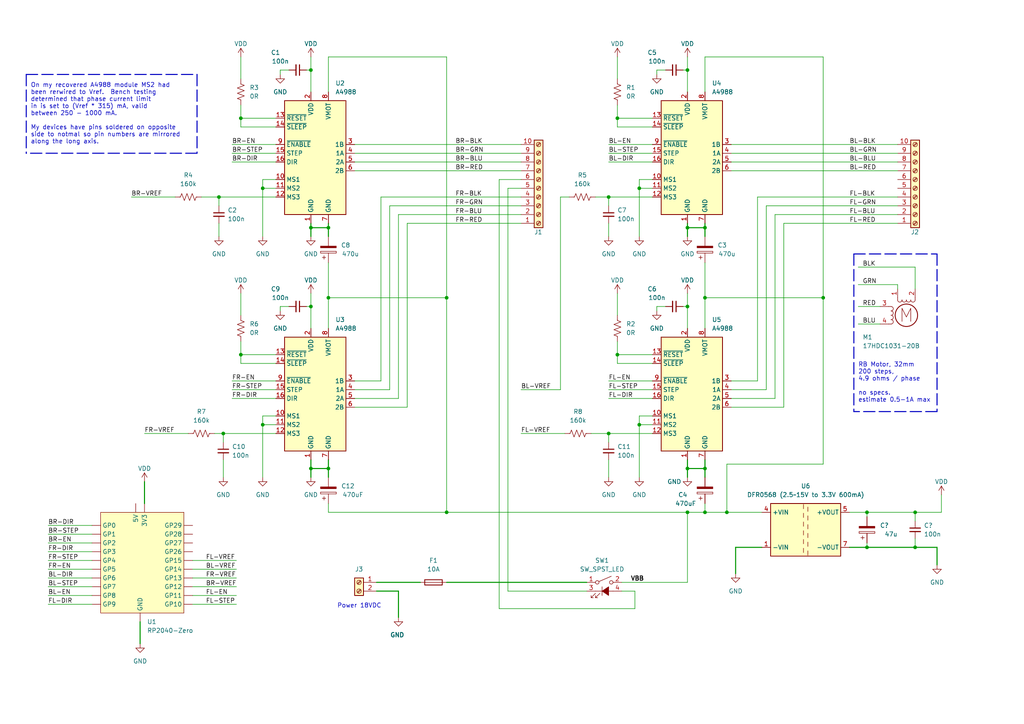
<source format=kicad_sch>
(kicad_sch (version 20211123) (generator eeschema)
  (paper "A4")
  (title_block (title "Roverling - Steppers' Drive") (date "2023-07-15") (rev "1.01"))
  (lib_symbols
    (symbol "Connector:Screw_Terminal_01x02" (pin_names (offset 1.016) hide)
      (property "Reference" "J" (at 0 2.54 0))
      (property "Value" "Screw_Terminal_01x02" (at 0 -5.08 0))
      (symbol "Screw_Terminal_01x02_1_1"
        (rectangle (start -1.27 1.27) (end 1.27 -3.81) (stroke (width 0.254)) (fill (type background)))
        (circle (center 0 -2.54) (radius 0.635) (stroke (width 0.1524)))
        (polyline (pts (xy -0.5334 -2.2098) (xy 0.3302 -3.048)) (stroke (width 0.1524)))
        (polyline (pts (xy -0.5334 0.3302) (xy 0.3302 -0.508)) (stroke (width 0.1524)))
        (polyline (pts (xy -0.3556 -2.032) (xy 0.508 -2.8702)) (stroke (width 0.1524)))
        (polyline (pts (xy -0.3556 0.508) (xy 0.508 -0.3302)) (stroke (width 0.1524)))
        (circle (center 0 0) (radius 0.635) (stroke (width 0.1524)))
        (pin passive line (at -5.08 0 0) (length 3.81) (name "Pin_1") (number "1"))
        (pin passive line (at -5.08 -2.54 0) (length 3.81) (name "Pin_2") (number "2"))
      )
    )
    (symbol "Connector:Screw_Terminal_01x10" (pin_names (offset 1.016) hide)
      (property "Reference" "J" (at 0 12.7 0))
      (property "Value" "Screw_Terminal_01x10" (at 0 -15.24 0))
      (symbol "Screw_Terminal_01x10_1_1"
        (rectangle (start -1.27 11.43) (end 1.27 -13.97) (stroke (width 0.254)) (fill (type background)))
        (circle (center 0 -12.7) (radius 0.635) (stroke (width 0.1524)))
        (circle (center 0 -10.16) (radius 0.635) (stroke (width 0.1524)))
        (circle (center 0 -7.62) (radius 0.635) (stroke (width 0.1524)))
        (circle (center 0 -5.08) (radius 0.635) (stroke (width 0.1524)))
        (circle (center 0 -2.54) (radius 0.635) (stroke (width 0.1524)))
        (polyline (pts (xy -0.5334 -12.3698) (xy 0.3302 -13.208)) (stroke (width 0.1524)))
        (polyline (pts (xy -0.5334 -9.8298) (xy 0.3302 -10.668)) (stroke (width 0.1524)))
        (polyline (pts (xy -0.5334 -7.2898) (xy 0.3302 -8.128)) (stroke (width 0.1524)))
        (polyline (pts (xy -0.5334 -4.7498) (xy 0.3302 -5.588)) (stroke (width 0.1524)))
        (polyline (pts (xy -0.5334 -2.2098) (xy 0.3302 -3.048)) (stroke (width 0.1524)))
        (polyline (pts (xy -0.5334 0.3302) (xy 0.3302 -0.508)) (stroke (width 0.1524)))
        (polyline (pts (xy -0.5334 2.8702) (xy 0.3302 2.032)) (stroke (width 0.1524)))
        (polyline (pts (xy -0.5334 5.4102) (xy 0.3302 4.572)) (stroke (width 0.1524)))
        (polyline (pts (xy -0.5334 7.9502) (xy 0.3302 7.112)) (stroke (width 0.1524)))
        (polyline (pts (xy -0.5334 10.4902) (xy 0.3302 9.652)) (stroke (width 0.1524)))
        (polyline (pts (xy -0.3556 -12.192) (xy 0.508 -13.0302)) (stroke (width 0.1524)))
        (polyline (pts (xy -0.3556 -9.652) (xy 0.508 -10.4902)) (stroke (width 0.1524)))
        (polyline (pts (xy -0.3556 -7.112) (xy 0.508 -7.9502)) (stroke (width 0.1524)))
        (polyline (pts (xy -0.3556 -4.572) (xy 0.508 -5.4102)) (stroke (width 0.1524)))
        (polyline (pts (xy -0.3556 -2.032) (xy 0.508 -2.8702)) (stroke (width 0.1524)))
        (polyline (pts (xy -0.3556 0.508) (xy 0.508 -0.3302)) (stroke (width 0.1524)))
        (polyline (pts (xy -0.3556 3.048) (xy 0.508 2.2098)) (stroke (width 0.1524)))
        (polyline (pts (xy -0.3556 5.588) (xy 0.508 4.7498)) (stroke (width 0.1524)))
        (polyline (pts (xy -0.3556 8.128) (xy 0.508 7.2898)) (stroke (width 0.1524)))
        (polyline (pts (xy -0.3556 10.668) (xy 0.508 9.8298)) (stroke (width 0.1524)))
        (circle (center 0 0) (radius 0.635) (stroke (width 0.1524)))
        (circle (center 0 2.54) (radius 0.635) (stroke (width 0.1524)))
        (circle (center 0 5.08) (radius 0.635) (stroke (width 0.1524)))
        (circle (center 0 7.62) (radius 0.635) (stroke (width 0.1524)))
        (circle (center 0 10.16) (radius 0.635) (stroke (width 0.1524)))
        (pin passive line (at -5.08 10.16 0) (length 3.81) (name "Pin_1") (number "1"))
        (pin passive line (at -5.08 -12.7 0) (length 3.81) (name "Pin_10") (number "10"))
        (pin passive line (at -5.08 7.62 0) (length 3.81) (name "Pin_2") (number "2"))
        (pin passive line (at -5.08 5.08 0) (length 3.81) (name "Pin_3") (number "3"))
        (pin passive line (at -5.08 2.54 0) (length 3.81) (name "Pin_4") (number "4"))
        (pin passive line (at -5.08 0 0) (length 3.81) (name "Pin_5") (number "5"))
        (pin passive line (at -5.08 -2.54 0) (length 3.81) (name "Pin_6") (number "6"))
        (pin passive line (at -5.08 -5.08 0) (length 3.81) (name "Pin_7") (number "7"))
        (pin passive line (at -5.08 -7.62 0) (length 3.81) (name "Pin_8") (number "8"))
        (pin passive line (at -5.08 -10.16 0) (length 3.81) (name "Pin_9") (number "9"))
      )
    )
    (symbol "Device:C_Polarized" (pin_numbers hide) (pin_names (offset 0.254))
      (property "Reference" "C" (at 0.635 2.54 0))
      (property "Value" "C_Polarized" (at 0.635 -2.54 0))
      (symbol "C_Polarized_0_1"
        (rectangle (start -2.286 0.508) (end 2.286 1.016))
        (polyline (pts (xy -1.778 2.286) (xy -0.762 2.286)))
        (polyline (pts (xy -1.27 2.794) (xy -1.27 1.778)))
        (rectangle (start 2.286 -0.508) (end -2.286 -1.016) (fill (type outline)))
      )
      (symbol "C_Polarized_1_1"
        (pin passive line (at 0 3.81 270) (length 2.794) (name "~") (number "1"))
        (pin passive line (at 0 -3.81 90) (length 2.794) (name "~") (number "2"))
      )
    )
    (symbol "Device:C_Small" (pin_numbers hide) (pin_names (offset 0.254) hide)
      (property "Reference" "C" (at 0.254 1.778 0))
      (property "Value" "C_Small" (at 0.254 -2.032 0))
      (symbol "C_Small_0_1"
        (polyline (pts (xy -1.524 -0.508) (xy 1.524 -0.508)) (stroke (width 0.3302)))
        (polyline (pts (xy -1.524 0.508) (xy 1.524 0.508)) (stroke (width 0.3048)))
      )
      (symbol "C_Small_1_1"
        (pin passive line (at 0 2.54 270) (length 2.032) (name "~") (number "1"))
        (pin passive line (at 0 -2.54 90) (length 2.032) (name "~") (number "2"))
      )
    )
    (symbol "Device:Fuse" (pin_numbers hide) (pin_names (offset 0))
      (property "Reference" "F" (at 2.032 0 90))
      (property "Value" "Fuse" (at -1.905 0 90))
      (symbol "Fuse_0_1"
        (rectangle (start -0.762 -2.54) (end 0.762 2.54) (stroke (width 0.254)))
        (polyline (pts (xy 0 2.54) (xy 0 -2.54)))
      )
      (symbol "Fuse_1_1"
        (pin passive line (at 0 3.81 270) (length 1.27) (name "~") (number "1"))
        (pin passive line (at 0 -3.81 90) (length 1.27) (name "~") (number "2"))
      )
    )
    (symbol "Device:R_US" (pin_numbers hide) (pin_names (offset 0))
      (property "Reference" "R" (at 2.54 0 90))
      (property "Value" "R_US" (at -2.54 0 90))
      (symbol "R_US_0_1"
        (polyline (pts (xy 0 -2.286) (xy 0 -2.54)))
        (polyline (pts (xy 0 2.286) (xy 0 2.54)))
        (polyline (pts (xy 0 -0.762) (xy 1.016 -1.143) (xy 0 -1.524) (xy -1.016 -1.905) (xy 0 -2.286)))
        (polyline (pts (xy 0 0.762) (xy 1.016 0.381) (xy 0 0) (xy -1.016 -0.381) (xy 0 -0.762)))
        (polyline (pts (xy 0 2.286) (xy 1.016 1.905) (xy 0 1.524) (xy -1.016 1.143) (xy 0 0.762)))
      )
      (symbol "R_US_1_1"
        (pin passive line (at 0 3.81 270) (length 1.27) (name "~") (number "1"))
        (pin passive line (at 0 -3.81 90) (length 1.27) (name "~") (number "2"))
      )
    )
    (symbol "Driver_Motor:Pololu_Breakout_A4988"
      (property "Reference" "A" (at -2.54 19.05 0))
      (property "Value" "Pololu_Breakout_A4988" (at -2.54 16.51 0))
      (symbol "Pololu_Breakout_A4988_0_1"
        (rectangle (start 10.16 -17.78) (end -7.62 15.24) (stroke (width 0.254)) (fill (type background)))
      )
      (symbol "Pololu_Breakout_A4988_1_1"
        (pin power_in line (at 0 -20.32 90) (length 2.54) (name "GND") (number "1"))
        (pin input line (at -10.16 -7.62 0) (length 2.54) (name "MS1") (number "10"))
        (pin input line (at -10.16 -10.16 0) (length 2.54) (name "MS2") (number "11"))
        (pin input line (at -10.16 -12.7 0) (length 2.54) (name "MS3") (number "12"))
        (pin input line (at -10.16 10.16 0) (length 2.54) (name "~{RESET}") (number "13"))
        (pin input line (at -10.16 7.62 0) (length 2.54) (name "~{SLEEP}") (number "14"))
        (pin input line (at -10.16 0 0) (length 2.54) (name "STEP") (number "15"))
        (pin input line (at -10.16 -2.54 0) (length 2.54) (name "DIR") (number "16"))
        (pin power_in line (at 0 17.78 270) (length 2.54) (name "VDD") (number "2"))
        (pin output line (at 12.7 2.54 180) (length 2.54) (name "1B") (number "3"))
        (pin output line (at 12.7 0 180) (length 2.54) (name "1A") (number "4"))
        (pin output line (at 12.7 -2.54 180) (length 2.54) (name "2A") (number "5"))
        (pin output line (at 12.7 -5.08 180) (length 2.54) (name "2B") (number "6"))
        (pin power_in line (at 5.08 -20.32 90) (length 2.54) (name "GND") (number "7"))
        (pin power_in line (at 5.08 17.78 270) (length 2.54) (name "VMOT") (number "8"))
        (pin input line (at -10.16 2.54 0) (length 2.54) (name "~{ENABLE}") (number "9"))
      )
    )
    (symbol "Motor:Stepper_Motor_bipolar" (pin_names (offset 0) hide)
      (property "Reference" "M" (at 3.81 2.54 0))
      (property "Value" "Stepper_Motor_bipolar" (at 3.81 1.27 0))
      (symbol "Stepper_Motor_bipolar_0_0"
        (polyline (pts (xy -1.27 -1.778) (xy -1.27 2.032) (xy 0 -0.508) (xy 1.27 2.032) (xy 1.27 -1.778)))
      )
      (symbol "Stepper_Motor_bipolar_0_1"
        (arc (start -4.445 -2.54) (mid -3.81 -1.905) (end -4.445 -1.27))
        (arc (start -4.445 -1.27) (mid -3.81 -0.635) (end -4.445 0))
        (arc (start -4.445 0) (mid -3.81 0.635) (end -4.445 1.27))
        (arc (start -4.445 1.27) (mid -3.81 1.905) (end -4.445 2.54))
        (arc (start -2.54 4.445) (mid -1.905 3.81) (end -1.27 4.445))
        (arc (start -1.27 4.445) (mid -0.635 3.81) (end 0 4.445))
        (polyline (pts (xy -5.08 -2.54) (xy -4.445 -2.54)))
        (polyline (pts (xy -5.08 2.54) (xy -4.445 2.54)))
        (polyline (pts (xy -2.54 5.08) (xy -2.54 4.445)))
        (polyline (pts (xy 2.54 5.08) (xy 2.54 4.445)))
        (circle (center 0 0) (radius 3.2512) (stroke (width 0.254)))
        (arc (start 0 4.445) (mid 0.635 3.81) (end 1.27 4.445))
        (arc (start 1.27 4.445) (mid 1.905 3.81) (end 2.54 4.445))
      )
      (symbol "Stepper_Motor_bipolar_1_1"
        (pin passive line (at -2.54 7.62 270) (length 2.54) (name "~") (number "1"))
        (pin passive line (at 2.54 7.62 270) (length 2.54) (name "-") (number "2"))
        (pin passive line (at -7.62 2.54 0) (length 2.54) (name "~") (number "3"))
        (pin passive line (at -7.62 -2.54 0) (length 2.54) (name "~") (number "4"))
      )
    )
    (symbol "Regulator_Switching:CRE1S0505DC"
      (property "Reference" "U" (at -8.89 8.89 0))
      (property "Value" "CRE1S0505DC" (at 2.54 8.89 0))
      (symbol "CRE1S0505DC_0_1"
        (rectangle (start -10.16 7.62) (end 10.16 -7.62) (stroke (width 0.254)) (fill (type background)))
        (polyline (pts (xy -0.635 -5.334) (xy -0.635 -6.604)))
        (polyline (pts (xy -0.635 -2.794) (xy -0.635 -4.064)))
        (polyline (pts (xy -0.635 -0.254) (xy -0.635 -1.524)))
        (polyline (pts (xy -0.635 2.286) (xy -0.635 1.016)))
        (polyline (pts (xy -0.635 4.826) (xy -0.635 3.556)))
        (polyline (pts (xy -0.635 7.366) (xy -0.635 6.096)))
        (polyline (pts (xy 0.635 -7.366) (xy 0.635 -6.096)))
        (polyline (pts (xy 0.635 -4.826) (xy 0.635 -3.556)))
        (polyline (pts (xy 0.635 -2.286) (xy 0.635 -1.016)))
        (polyline (pts (xy 0.635 0.254) (xy 0.635 1.524)))
        (polyline (pts (xy 0.635 2.794) (xy 0.635 4.064)))
        (polyline (pts (xy 0.635 5.334) (xy 0.635 6.604)))
      )
      (symbol "CRE1S0505DC_1_1"
        (pin power_in line (at -12.7 -5.08 0) (length 2.54) (name "-VIN") (number "1"))
        (pin power_in line (at -12.7 5.08 0) (length 2.54) (name "+VIN") (number "4"))
        (pin power_out line (at 12.7 5.08 180) (length 2.54) (name "+VOUT") (number "5"))
        (pin power_out line (at 12.7 -5.08 180) (length 2.54) (name "-VOUT") (number "7"))
      )
    )
    (symbol "Switch:SW_SPST_LED" (pin_names (offset 1.016) hide)
      (property "Reference" "SW" (at 0.635 5.715 0))
      (property "Value" "SW_SPST_LED" (at 0 -3.175 0))
      (symbol "SW_SPST_LED_0_0"
        (polyline (pts (xy -3.81 -1.905) (xy -2.54 -0.635)))
        (polyline (pts (xy -2.54 -1.905) (xy -1.27 -0.635)))
        (polyline (pts (xy -2.54 0) (xy 2.54 0)))
        (polyline (pts (xy -0.635 1.27) (xy -0.635 -1.27)))
        (polyline (pts (xy -3.81 -1.27) (xy -3.81 -1.905) (xy -3.175 -1.905)))
        (polyline (pts (xy -2.54 -1.27) (xy -2.54 -1.905) (xy -1.905 -1.905)))
        (polyline (pts (xy -0.635 0) (xy 1.27 1.27) (xy 1.27 -1.27) (xy -0.635 0)) (fill (type outline)))
      )
      (symbol "SW_SPST_LED_0_1"
        (circle (center -2.032 2.54) (radius 0.508))
        (polyline (pts (xy -1.524 2.794) (xy 2.032 4.318)))
        (circle (center 2.032 2.54) (radius 0.508))
        (pin passive line (at -5.08 2.54 0) (length 2.54) (name "1") (number "1"))
        (pin passive line (at 5.08 2.54 180) (length 2.54) (name "2") (number "2"))
        (pin passive line (at -5.08 0 0) (length 2.54) (name "K") (number "3"))
        (pin passive line (at 5.08 0 180) (length 2.54) (name "A") (number "4"))
      )
    )
    (symbol "_MM:RP2040-Zero" (pin_numbers hide)
      (property "Reference" "U1" (at 2.0194 -17.78 0))
      (property "Value" "RP2040-Zero" (at 2.0194 -20.32 0))
      (symbol "RP2040-Zero_0_1"
        (rectangle (start -11.43 -15.24) (end 12.7 13.97) (fill (type background)))
      )
      (symbol "RP2040-Zero_1_1"
        (pin bidirectional line (at -13.97 10.16 0) (length 2.54) (name "GP0") (number "1"))
        (pin bidirectional line (at -13.97 -12.7 0) (length 2.54) (name "GP9") (number "10"))
        (pin bidirectional line (at 15.24 -12.7 180) (length 2.54) (name "GP10") (number "11"))
        (pin bidirectional line (at 15.24 -10.16 180) (length 2.54) (name "GP11") (number "12"))
        (pin bidirectional line (at 15.24 -7.62 180) (length 2.54) (name "GP12") (number "13"))
        (pin bidirectional line (at 15.24 -5.08 180) (length 2.54) (name "GP13") (number "14"))
        (pin bidirectional line (at 15.24 -2.54 180) (length 2.54) (name "GP14") (number "15"))
        (pin bidirectional line (at 15.24 0 180) (length 2.54) (name "GP15") (number "16"))
        (pin bidirectional line (at 15.24 2.54 180) (length 2.54) (name "GP26") (number "17"))
        (pin bidirectional line (at 15.24 5.08 180) (length 2.54) (name "GP27") (number "18"))
        (pin bidirectional line (at 15.24 7.62 180) (length 2.54) (name "GP28") (number "19"))
        (pin bidirectional line (at -13.97 7.62 0) (length 2.54) (name "GP1") (number "2"))
        (pin bidirectional line (at 15.24 10.16 180) (length 2.54) (name "GP29") (number "20"))
        (pin power_in line (at 1.27 16.51 270) (length 2.54) (name "3V3") (number "21"))
        (pin power_in line (at -1.27 16.51 270) (length 2.54) (name "5V") (number "22"))
        (pin power_in line (at 0 -17.78 90) (length 2.54) (name "GND") (number "23"))
        (pin bidirectional line (at -13.97 5.08 0) (length 2.54) (name "GP2") (number "3"))
        (pin bidirectional line (at -13.97 2.54 0) (length 2.54) (name "GP3") (number "4"))
        (pin bidirectional line (at -13.97 0 0) (length 2.54) (name "GP4") (number "5"))
        (pin bidirectional line (at -13.97 -2.54 0) (length 2.54) (name "GP5") (number "6"))
        (pin bidirectional line (at -13.97 -5.08 0) (length 2.54) (name "GP6") (number "7"))
        (pin bidirectional line (at -13.97 -7.62 0) (length 2.54) (name "GP7") (number "8"))
        (pin bidirectional line (at -13.97 -10.16 0) (length 2.54) (name "GP8") (number "9"))
      )
    )
    (symbol "power:GND" (power) (pin_names (offset 0))
      (property "Value" "GND" (at 0 -3.81 0))
      (symbol "GND_0_1"
        (polyline (pts (xy 0 0) (xy 0 -1.27) (xy 1.27 -1.27) (xy 0 -2.54) (xy -1.27 -1.27) (xy 0 -1.27)))
      )
      (symbol "GND_1_1"
        (pin power_in line (at 0 0 270) (length 0) hide (name "GND") (number "1"))
      )
    )
    (symbol "power:VDD" (power) (pin_names (offset 0))
      (property "Value" "VDD" (at 0 3.81 0))
      (symbol "VDD_0_1"
        (polyline (pts (xy -0.762 1.27) (xy 0 2.54)))
        (polyline (pts (xy 0 0) (xy 0 2.54)))
        (polyline (pts (xy 0 2.54) (xy 0.762 1.27)))
      )
      (symbol "VDD_1_1"
        (pin power_in line (at 0 0 90) (length 0) hide (name "VDD") (number "1"))
      )
    )
  )
  (junction (at 69.85 34.29))
  (junction (at 64.77 125.73))
  (junction (at 265.43 148.59))
  (junction (at 95.25 135.89))
  (junction (at 76.2 54.61))
  (junction (at 95.25 66.04))
  (junction (at 185.42 123.19))
  (junction (at 90.17 20.32))
  (junction (at 251.46 158.75))
  (junction (at 63.5 57.15))
  (junction (at 204.47 66.04))
  (junction (at 90.17 135.89))
  (junction (at 176.53 57.15))
  (junction (at 90.17 66.04))
  (junction (at 204.47 148.59))
  (junction (at 199.39 88.9))
  (junction (at 129.54 86.36))
  (junction (at 185.42 54.61))
  (junction (at 90.17 88.9))
  (junction (at 265.43 158.75))
  (junction (at 251.46 148.59))
  (junction (at 238.76 86.36))
  (junction (at 176.53 125.73))
  (junction (at 204.47 86.36))
  (junction (at 69.85 102.87))
  (junction (at 179.07 102.87))
  (junction (at 210.82 148.59))
  (junction (at 76.2 123.19))
  (junction (at 129.54 148.59))
  (junction (at 95.25 86.36))
  (junction (at 199.39 135.89))
  (junction (at 204.47 135.89))
  (junction (at 199.39 148.59))
  (junction (at 179.07 34.29))
  (junction (at 199.39 20.32))
  (junction (at 199.39 66.04))
  (wire (pts (xy 199.39 148.59) (xy 204.47 148.59)))
  (wire (pts (xy 90.17 135.89) (xy 90.17 138.43)) (stroke (width 0.3)))
  (wire (pts (xy 90.17 133.35) (xy 90.17 135.89)) (stroke (width 0.3)))
  (wire (pts (xy 13.97 154.94) (xy 26.67 154.94)))
  (wire (pts (xy 88.9 88.9) (xy 90.17 88.9)))
  (wire (pts (xy 248.92 77.47) (xy 265.43 77.47)))
  (wire (pts (xy 204.47 135.89) (xy 204.47 138.43)) (stroke (width 0.3)))
  (wire (pts (xy 204.47 16.51) (xy 238.76 16.51)))
  (wire (pts (xy 162.56 113.03) (xy 162.56 57.15)))
  (wire (pts (xy 204.47 66.04) (xy 204.47 68.58)) (stroke (width 0.3)))
  (wire (pts (xy 147.32 54.61) (xy 147.32 171.45)))
  (wire (pts (xy 199.39 88.9) (xy 199.39 95.25)))
  (wire (pts (xy 13.97 157.48) (xy 26.67 157.48)))
  (wire (pts (xy 55.88 170.18) (xy 68.58 170.18)))
  (wire (pts (xy 199.39 64.77) (xy 199.39 66.04)) (stroke (width 0.3)))
  (wire (pts (xy 204.47 148.59) (xy 210.82 148.59)))
  (wire (pts (xy 212.09 44.45) (xy 260.35 44.45)))
  (wire (pts (xy 220.98 158.75) (xy 213.36 158.75)) (stroke (width 0.3)))
  (wire (pts (xy 199.39 66.04) (xy 199.39 68.58)) (stroke (width 0.3)))
  (wire (pts (xy 246.38 148.59) (xy 251.46 148.59)))
  (wire (pts (xy 176.53 57.15) (xy 189.23 57.15)))
  (wire (pts (xy 76.2 123.19) (xy 76.2 138.43)))
  (wire (pts (xy 129.54 16.51) (xy 129.54 86.36)))
  (polyline (pts (xy 57.15 21.59) (xy 57.15 44.45)) (stroke (width 0.3)))
  (wire (pts (xy 55.88 162.56) (xy 68.58 162.56)))
  (wire (pts (xy 69.85 16.51) (xy 69.85 22.86)))
  (wire (pts (xy 213.36 158.75) (xy 213.36 166.37)) (stroke (width 0.3)))
  (wire (pts (xy 67.31 113.03) (xy 80.01 113.03)))
  (polyline (pts (xy 7.62 21.59) (xy 57.15 21.59)) (stroke (width 0.3)))
  (wire (pts (xy 64.77 133.35) (xy 64.77 138.43)))
  (wire (pts (xy 189.23 105.41) (xy 179.07 105.41)))
  (wire (pts (xy 90.17 66.04) (xy 95.25 66.04)) (stroke (width 0.3)))
  (wire (pts (xy 90.17 20.32) (xy 90.17 26.67)))
  (wire (pts (xy 212.09 49.53) (xy 260.35 49.53)))
  (wire (pts (xy 224.79 115.57) (xy 212.09 115.57)))
  (wire (pts (xy 151.13 52.07) (xy 144.78 52.07)))
  (wire (pts (xy 76.2 120.65) (xy 76.2 123.19)))
  (polyline (pts (xy 271.78 119.38) (xy 247.65 119.38)) (stroke (width 0.3)))
  (wire (pts (xy 115.57 171.45) (xy 115.57 179.07)) (stroke (width 0.3)))
  (wire (pts (xy 69.85 85.09) (xy 69.85 91.44)))
  (wire (pts (xy 13.97 167.64) (xy 26.67 167.64)))
  (wire (pts (xy 110.49 57.15) (xy 110.49 110.49)))
  (wire (pts (xy 63.5 64.77) (xy 63.5 68.58)))
  (wire (pts (xy 176.53 110.49) (xy 189.23 110.49)))
  (wire (pts (xy 69.85 102.87) (xy 80.01 102.87)))
  (wire (pts (xy 80.01 105.41) (xy 69.85 105.41)))
  (wire (pts (xy 210.82 148.59) (xy 220.98 148.59)))
  (wire (pts (xy 95.25 146.05) (xy 95.25 148.59)))
  (wire (pts (xy 199.39 135.89) (xy 199.39 138.43)) (stroke (width 0.3)))
  (wire (pts (xy 185.42 54.61) (xy 185.42 68.58)))
  (wire (pts (xy 204.47 86.36) (xy 238.76 86.36)))
  (wire (pts (xy 198.12 20.32) (xy 199.39 20.32)))
  (wire (pts (xy 129.54 148.59) (xy 199.39 148.59)))
  (wire (pts (xy 273.05 148.59) (xy 273.05 143.51)))
  (wire (pts (xy 199.39 20.32) (xy 199.39 26.67)))
  (wire (pts (xy 102.87 110.49) (xy 110.49 110.49)))
  (wire (pts (xy 190.5 88.9) (xy 190.5 90.17)))
  (wire (pts (xy 184.15 171.45) (xy 180.34 171.45)))
  (wire (pts (xy 179.07 30.48) (xy 179.07 34.29)))
  (wire (pts (xy 265.43 148.59) (xy 265.43 151.13)))
  (wire (pts (xy 81.28 20.32) (xy 81.28 21.59)))
  (wire (pts (xy 248.92 88.9) (xy 255.27 88.9)))
  (wire (pts (xy 95.25 133.35) (xy 95.25 135.89)) (stroke (width 0.3)))
  (wire (pts (xy 41.91 125.73) (xy 54.61 125.73)))
  (wire (pts (xy 179.07 85.09) (xy 179.07 91.44)))
  (wire (pts (xy 40.64 180.34) (xy 40.64 186.69)) (stroke (width 0.3)))
  (wire (pts (xy 189.23 54.61) (xy 185.42 54.61)))
  (wire (pts (xy 172.72 57.15) (xy 176.53 57.15)))
  (wire (pts (xy 179.07 34.29) (xy 189.23 34.29)))
  (wire (pts (xy 190.5 20.32) (xy 193.04 20.32)))
  (polyline (pts (xy 7.62 21.59) (xy 7.62 44.45)) (stroke (width 0.3)))
  (wire (pts (xy 260.35 82.55) (xy 260.35 83.82)))
  (wire (pts (xy 179.07 102.87) (xy 179.07 105.41)))
  (wire (pts (xy 260.35 62.23) (xy 224.79 62.23)))
  (wire (pts (xy 90.17 66.04) (xy 90.17 68.58)) (stroke (width 0.3)))
  (wire (pts (xy 118.11 118.11) (xy 102.87 118.11)))
  (wire (pts (xy 102.87 46.99) (xy 151.13 46.99)))
  (wire (pts (xy 95.25 26.67) (xy 95.25 16.51)))
  (wire (pts (xy 90.17 16.51) (xy 90.17 20.32)))
  (wire (pts (xy 151.13 59.69) (xy 113.03 59.69)))
  (wire (pts (xy 151.13 64.77) (xy 118.11 64.77)))
  (wire (pts (xy 176.53 133.35) (xy 176.53 138.43)))
  (polyline (pts (xy 247.65 73.66) (xy 271.78 73.66)) (stroke (width 0.3)))
  (wire (pts (xy 219.71 57.15) (xy 219.71 110.49)))
  (wire (pts (xy 76.2 54.61) (xy 76.2 68.58)))
  (wire (pts (xy 179.07 102.87) (xy 189.23 102.87)))
  (wire (pts (xy 80.01 54.61) (xy 76.2 54.61)))
  (wire (pts (xy 151.13 57.15) (xy 110.49 57.15)))
  (wire (pts (xy 129.54 86.36) (xy 129.54 148.59)))
  (wire (pts (xy 109.22 171.45) (xy 115.57 171.45)) (stroke (width 0.3)))
  (wire (pts (xy 176.53 115.57) (xy 189.23 115.57)))
  (wire (pts (xy 185.42 123.19) (xy 185.42 138.43)))
  (wire (pts (xy 248.92 93.98) (xy 255.27 93.98)))
  (wire (pts (xy 113.03 113.03) (xy 102.87 113.03)))
  (wire (pts (xy 179.07 34.29) (xy 179.07 36.83)))
  (wire (pts (xy 63.5 57.15) (xy 63.5 59.69)))
  (wire (pts (xy 185.42 52.07) (xy 185.42 54.61)))
  (wire (pts (xy 238.76 16.51) (xy 238.76 86.36)))
  (wire (pts (xy 95.25 86.36) (xy 129.54 86.36)))
  (wire (pts (xy 13.97 152.4) (xy 26.67 152.4)))
  (wire (pts (xy 199.39 16.51) (xy 199.39 20.32)))
  (wire (pts (xy 260.35 57.15) (xy 219.71 57.15)))
  (wire (pts (xy 189.23 123.19) (xy 185.42 123.19)))
  (wire (pts (xy 212.09 110.49) (xy 219.71 110.49)))
  (wire (pts (xy 109.22 168.91) (xy 121.92 168.91)) (stroke (width 0.3)))
  (wire (pts (xy 184.15 176.53) (xy 184.15 171.45)))
  (wire (pts (xy 176.53 113.03) (xy 189.23 113.03)))
  (wire (pts (xy 69.85 34.29) (xy 80.01 34.29)))
  (wire (pts (xy 176.53 64.77) (xy 176.53 68.58)))
  (wire (pts (xy 13.97 172.72) (xy 26.67 172.72)))
  (wire (pts (xy 199.39 66.04) (xy 204.47 66.04)) (stroke (width 0.3)))
  (wire (pts (xy 212.09 41.91) (xy 260.35 41.91)))
  (wire (pts (xy 129.54 168.91) (xy 170.18 168.91)) (stroke (width 0.3)))
  (wire (pts (xy 176.53 41.91) (xy 189.23 41.91)))
  (wire (pts (xy 227.33 118.11) (xy 212.09 118.11)))
  (wire (pts (xy 260.35 59.69) (xy 222.25 59.69)))
  (wire (pts (xy 64.77 125.73) (xy 80.01 125.73)))
  (wire (pts (xy 189.23 120.65) (xy 185.42 120.65)))
  (wire (pts (xy 81.28 88.9) (xy 81.28 90.17)))
  (wire (pts (xy 147.32 171.45) (xy 170.18 171.45)))
  (wire (pts (xy 95.25 86.36) (xy 95.25 95.25)))
  (wire (pts (xy 95.25 148.59) (xy 129.54 148.59)))
  (wire (pts (xy 248.92 82.55) (xy 260.35 82.55)))
  (wire (pts (xy 204.47 26.67) (xy 204.47 16.51)))
  (wire (pts (xy 62.23 125.73) (xy 64.77 125.73)))
  (wire (pts (xy 95.25 135.89) (xy 95.25 138.43)) (stroke (width 0.3)))
  (wire (pts (xy 115.57 115.57) (xy 102.87 115.57)))
  (wire (pts (xy 88.9 20.32) (xy 90.17 20.32)))
  (wire (pts (xy 67.31 41.91) (xy 80.01 41.91)))
  (wire (pts (xy 69.85 99.06) (xy 69.85 102.87)))
  (wire (pts (xy 55.88 165.1) (xy 68.58 165.1)))
  (wire (pts (xy 271.78 163.83) (xy 271.78 158.75)) (stroke (width 0.3)))
  (wire (pts (xy 238.76 86.36) (xy 238.76 134.62)))
  (wire (pts (xy 176.53 44.45) (xy 189.23 44.45)))
  (wire (pts (xy 64.77 125.73) (xy 64.77 128.27)))
  (wire (pts (xy 95.25 66.04) (xy 95.25 68.58)) (stroke (width 0.3)))
  (wire (pts (xy 190.5 20.32) (xy 190.5 21.59)))
  (wire (pts (xy 69.85 34.29) (xy 69.85 36.83)))
  (wire (pts (xy 176.53 57.15) (xy 176.53 59.69)))
  (wire (pts (xy 67.31 110.49) (xy 80.01 110.49)))
  (wire (pts (xy 222.25 113.03) (xy 212.09 113.03)))
  (wire (pts (xy 179.07 16.51) (xy 179.07 22.86)))
  (wire (pts (xy 144.78 52.07) (xy 144.78 176.53)))
  (wire (pts (xy 251.46 148.59) (xy 251.46 149.86)))
  (wire (pts (xy 115.57 62.23) (xy 115.57 115.57)))
  (wire (pts (xy 13.97 160.02) (xy 26.67 160.02)))
  (wire (pts (xy 189.23 52.07) (xy 185.42 52.07)))
  (polyline (pts (xy 57.15 44.45) (xy 7.62 44.45)) (stroke (width 0.3)))
  (wire (pts (xy 176.53 125.73) (xy 189.23 125.73)))
  (wire (pts (xy 90.17 135.89) (xy 95.25 135.89)) (stroke (width 0.3)))
  (wire (pts (xy 265.43 158.75) (xy 251.46 158.75)) (stroke (width 0.3)))
  (wire (pts (xy 63.5 57.15) (xy 80.01 57.15)))
  (polyline (pts (xy 247.65 73.66) (xy 247.65 119.38)) (stroke (width 0.3)))
  (wire (pts (xy 102.87 49.53) (xy 151.13 49.53)))
  (wire (pts (xy 38.1 57.15) (xy 50.8 57.15)))
  (wire (pts (xy 222.25 59.69) (xy 222.25 113.03)))
  (wire (pts (xy 80.01 52.07) (xy 76.2 52.07)))
  (wire (pts (xy 151.13 113.03) (xy 162.56 113.03)))
  (wire (pts (xy 67.31 46.99) (xy 80.01 46.99)))
  (polyline (pts (xy 271.78 73.66) (xy 271.78 119.38)) (stroke (width 0.3)))
  (wire (pts (xy 95.25 76.2) (xy 95.25 86.36)))
  (wire (pts (xy 80.01 123.19) (xy 76.2 123.19)))
  (wire (pts (xy 199.39 85.09) (xy 199.39 88.9)))
  (wire (pts (xy 118.11 64.77) (xy 118.11 118.11)))
  (wire (pts (xy 189.23 36.83) (xy 179.07 36.83)))
  (wire (pts (xy 176.53 46.99) (xy 189.23 46.99)))
  (wire (pts (xy 13.97 162.56) (xy 26.67 162.56)))
  (wire (pts (xy 204.47 86.36) (xy 204.47 95.25)))
  (wire (pts (xy 90.17 64.77) (xy 90.17 66.04)) (stroke (width 0.3)))
  (wire (pts (xy 81.28 20.32) (xy 83.82 20.32)))
  (wire (pts (xy 251.46 158.75) (xy 246.38 158.75)) (stroke (width 0.3)))
  (wire (pts (xy 151.13 62.23) (xy 115.57 62.23)))
  (wire (pts (xy 90.17 88.9) (xy 90.17 95.25)))
  (wire (pts (xy 69.85 102.87) (xy 69.85 105.41)))
  (wire (pts (xy 199.39 148.59) (xy 199.39 168.91)))
  (wire (pts (xy 113.03 59.69) (xy 113.03 113.03)))
  (wire (pts (xy 198.12 88.9) (xy 199.39 88.9)))
  (wire (pts (xy 238.76 134.62) (xy 210.82 134.62)))
  (wire (pts (xy 204.47 133.35) (xy 204.47 135.89)) (stroke (width 0.3)))
  (wire (pts (xy 69.85 30.48) (xy 69.85 34.29)))
  (wire (pts (xy 251.46 157.48) (xy 251.46 158.75)))
  (wire (pts (xy 204.47 76.2) (xy 204.47 86.36)))
  (wire (pts (xy 265.43 77.47) (xy 265.43 83.82)))
  (wire (pts (xy 76.2 52.07) (xy 76.2 54.61)))
  (wire (pts (xy 80.01 36.83) (xy 69.85 36.83)))
  (wire (pts (xy 55.88 172.72) (xy 68.58 172.72)))
  (wire (pts (xy 204.47 146.05) (xy 204.47 148.59)))
  (wire (pts (xy 171.45 125.73) (xy 176.53 125.73)))
  (wire (pts (xy 176.53 125.73) (xy 176.53 128.27)))
  (wire (pts (xy 58.42 57.15) (xy 63.5 57.15)))
  (wire (pts (xy 271.78 158.75) (xy 265.43 158.75)) (stroke (width 0.3)))
  (wire (pts (xy 102.87 41.91) (xy 151.13 41.91)))
  (wire (pts (xy 224.79 62.23) (xy 224.79 115.57)))
  (wire (pts (xy 180.34 168.91) (xy 199.39 168.91)))
  (wire (pts (xy 41.91 139.7) (xy 41.91 146.05)) (stroke (width 0.3)))
  (wire (pts (xy 13.97 165.1) (xy 26.67 165.1)))
  (wire (pts (xy 227.33 64.77) (xy 227.33 118.11)))
  (wire (pts (xy 90.17 85.09) (xy 90.17 88.9)))
  (wire (pts (xy 204.47 64.77) (xy 204.47 66.04)) (stroke (width 0.3)))
  (wire (pts (xy 185.42 120.65) (xy 185.42 123.19)))
  (wire (pts (xy 199.39 135.89) (xy 204.47 135.89)) (stroke (width 0.3)))
  (wire (pts (xy 190.5 88.9) (xy 193.04 88.9)))
  (wire (pts (xy 162.56 57.15) (xy 165.1 57.15)))
  (wire (pts (xy 81.28 88.9) (xy 83.82 88.9)))
  (wire (pts (xy 144.78 176.53) (xy 184.15 176.53)))
  (wire (pts (xy 199.39 133.35) (xy 199.39 135.89)) (stroke (width 0.3)))
  (wire (pts (xy 55.88 175.26) (xy 68.58 175.26)))
  (wire (pts (xy 80.01 120.65) (xy 76.2 120.65)))
  (wire (pts (xy 210.82 134.62) (xy 210.82 148.59)))
  (wire (pts (xy 67.31 44.45) (xy 80.01 44.45)))
  (wire (pts (xy 265.43 148.59) (xy 273.05 148.59)))
  (wire (pts (xy 260.35 64.77) (xy 227.33 64.77)))
  (wire (pts (xy 179.07 99.06) (xy 179.07 102.87)))
  (wire (pts (xy 251.46 148.59) (xy 265.43 148.59)))
  (wire (pts (xy 95.25 16.51) (xy 129.54 16.51)))
  (wire (pts (xy 151.13 125.73) (xy 163.83 125.73)))
  (wire (pts (xy 265.43 156.21) (xy 265.43 158.75)))
  (wire (pts (xy 13.97 175.26) (xy 26.67 175.26)))
  (wire (pts (xy 102.87 44.45) (xy 151.13 44.45)))
  (wire (pts (xy 95.25 64.77) (xy 95.25 66.04)) (stroke (width 0.3)))
  (wire (pts (xy 67.31 115.57) (xy 80.01 115.57)))
  (wire (pts (xy 151.13 54.61) (xy 147.32 54.61)))
  (wire (pts (xy 13.97 170.18) (xy 26.67 170.18)))
  (wire (pts (xy 212.09 46.99) (xy 260.35 46.99)))
  (wire (pts (xy 55.88 167.64) (xy 68.58 167.64)))
  (text "On my recovered A4988 module MS2 had \nbeen rerwired to Vref.  Bench testing \ndetermined that phase current limit\nin is set to (Vref * 315) mA, valid\nbetween 250 - 1000 mA.\n\nMy devices have pins soldered on opposite\nside to notmal so pin numbers are mirrored\nalong the long axis." (at 8.89 41.91 0) (effects (font (size 1.27 1.27)) (justify left bottom)))
  (text "RB Motor, 32mm \n200 steps,\n4.9 ohms / phase\n\nno specs.\nestimate 0.5-1A max" (at 248.92 116.84 0) (effects (font (size 1.27 1.27)) (justify left bottom)))
  (text "Power 18VDC" (at 97.79 176.53 0) (effects (font (size 1.27 1.27)) (justify left bottom)))
  (label "FL-DIR" (at 13.97 175.26 0))
  (label "FR-DIR" (at 67.31 115.57 0))
  (label "BR-BLU" (at 132.08 46.99 0))
  (label "FL-STEP" (at 59.69 175.26 0))
  (label "FR-BLK" (at 132.08 57.15 0))
  (label "FR-VREF" (at 41.91 125.73 0))
  (label "BLU" (at 250.19 93.98 0))
  (label "BL-VREF" (at 59.69 165.1 0))
  (label "VBB" (at 182.88 168.91 0) (effects (font bold)))
  (label "BR-DIR" (at 67.31 46.99 0))
  (label "FL-RED" (at 246.38 64.77 0))
  (label "FR-VREF" (at 59.69 167.64 0))
  (label "FL-GRN" (at 246.38 59.69 0))
  (label "FR-RED" (at 132.08 64.77 0))
  (label "BR-GRN" (at 132.08 44.45 0))
  (label "FR-EN" (at 13.97 165.1 0))
  (label "FR-EN" (at 67.31 110.49 0))
  (label "BL-RED" (at 246.38 49.53 0))
  (label "FR-STEP" (at 67.31 113.03 0))
  (label "BL-BLU" (at 246.38 46.99 0))
  (label "FR-DIR" (at 13.97 160.02 0))
  (label "BL-EN" (at 13.97 172.72 0))
  (label "BR-EN" (at 67.31 41.91 0))
  (label "BR-STEP" (at 67.31 44.45 0))
  (label "FL-VREF" (at 59.69 162.56 0))
  (label "FL-BLK" (at 246.38 57.15 0))
  (label "BR-DIR" (at 13.97 152.4 0))
  (label "BL-STEP" (at 176.53 44.45 0))
  (label "FL-STEP" (at 176.53 113.03 0))
  (label "RED" (at 250.19 88.9 0))
  (label "BR-VREF" (at 38.1 57.15 0))
  (label "FL-EN" (at 59.69 172.72 0))
  (label "BR-BLK" (at 132.08 41.91 0))
  (label "BL-VREF" (at 151.13 113.03 0))
  (label "BL-GRN" (at 246.38 44.45 0))
  (label "BL-BLK" (at 246.38 41.91 0))
  (label "BR-RED" (at 132.08 49.53 0))
  (label "FR-BLU" (at 132.08 62.23 0))
  (label "BL-DIR" (at 176.53 46.99 0))
  (label "BR-STEP" (at 13.97 154.94 0))
  (label "BL-STEP" (at 13.97 170.18 0))
  (label "FL-VREF" (at 151.13 125.73 0))
  (label "BL-EN" (at 176.53 41.91 0))
  (label "FL-EN" (at 176.53 110.49 0))
  (label "FR-GRN" (at 132.08 59.69 0))
  (label "GRN" (at 250.19 82.55 0))
  (label "BR-VREF" (at 59.69 170.18 0))
  (label "BLK" (at 250.19 77.47 0))
  (label "FL-DIR" (at 176.53 115.57 0))
  (label "BR-EN" (at 13.97 157.48 0))
  (label "FL-BLU" (at 246.38 62.23 0))
  (label "BL-DIR" (at 13.97 167.64 0))
  (label "FR-STEP" (at 13.97 162.56 0))
  (symbol (lib_id "Device:R_US") (at 179.07 26.67 0) (unit 1)
    (property "Reference" "R1" (at 181.61 25.3999 0) (effects (justify left)))
    (property "Value" "0R" (at 181.61 27.9399 0) (effects (justify left)))
  )
  (symbol (lib_id "Device:R_US") (at 167.64 125.73 270) (unit 1)
    (property "Reference" "R8" (at 167.64 119.38 90))
    (property "Value" "160k" (at 167.64 121.92 90))
  )
  (symbol (lib_id "power:VDD") (at 273.05 143.51 0) (unit 1)
    (property "Reference" "#PWR?" (effects hide))
    (property "Value" "VDD" (at 273.05 139.7 0))
  )
  (symbol (lib_id "Regulator_Switching:CRE1S0505DC") (at 233.68 153.67 0) (unit 1)
    (property "Reference" "U6" (at 233.68 140.97 0))
    (property "Value" "DFR0568 (2.5~15V to 3.3V 600mA)" (at 233.68 143.51 0))
    (property "Footprint" "Converter_DCDC:Converter_DCDC_Murata_CRE1xxxxxxDC_THT" (effects hide))
    (property "Datasheet" "http://power.murata.com/datasheet?/data/power/ncl/kdc_cre1.pdf" (effects hide))
  )
  (symbol (lib_id "power:GND") (at 185.42 68.58 0) (unit 1)
    (property "Reference" "#PWR08" (effects hide))
    (property "Value" "GND" (at 185.42 73.66 0))
  )
  (symbol (lib_id "power:VDD") (at 90.17 85.09 0) (unit 1)
    (property "Reference" "#PWR015" (effects hide))
    (property "Value" "VDD" (at 90.17 81.28 0))
  )
  (symbol (lib_id "Device:R_US") (at 54.61 57.15 270) (unit 1)
    (property "Reference" "R4" (at 54.61 50.8 90))
    (property "Value" "160k" (at 54.61 53.34 90))
  )
  (symbol (lib_id "power:GND") (at 190.5 21.59 0) (unit 1)
    (property "Reference" "#PWR06" (effects hide))
    (property "Value" "GND" (at 190.5 26.67 0))
  )
  (symbol (lib_id "power:GND") (at 40.64 186.69 0) (unit 1)
    (property "Reference" "#PWR027" (effects hide))
    (property "Value" "GND" (at 40.64 191.77 0))
  )
  (symbol (lib_id "Device:Fuse") (at 125.73 168.91 270) (unit 1)
    (property "Reference" "F1" (at 125.73 162.56 90))
    (property "Value" "10A" (at 125.73 165.1 90))
  )
  (symbol (lib_id "Device:C_Polarized") (at 95.25 72.39 0) (mirror x) (unit 1)
    (property "Reference" "C8" (at 101.6 71.12 0) (effects (justify right)))
    (property "Value" "470u" (at 104.14 73.66 0) (effects (justify right)))
  )
  (symbol (lib_id "power:GND") (at 76.2 138.43 0) (unit 1)
    (property "Reference" "#PWR020" (effects hide))
    (property "Value" "GND" (at 76.2 143.51 0))
  )
  (symbol (lib_id "power:GND") (at 76.2 68.58 0) (unit 1)
    (property "Reference" "#PWR07" (effects hide))
    (property "Value" "GND" (at 76.2 73.66 0))
  )
  (symbol (lib_id "power:GND") (at 90.17 138.43 0) (unit 1)
    (property "Reference" "#PWR025" (effects hide))
    (property "Value" "GND" (at 90.17 143.51 0))
  )
  (symbol (lib_id "power:VDD") (at 199.39 85.09 0) (unit 1)
    (property "Reference" "#PWR017" (effects hide))
    (property "Value" "VDD" (at 199.39 81.28 0))
  )
  (symbol (lib_id "Connector:Screw_Terminal_01x02") (at 104.14 168.91 0) (mirror y) (unit 1)
    (property "Reference" "J3" (at 104.14 165.1 0))
    (property "Value" "Screw_Terminal_01x02" (effects hide))
  )
  (symbol (lib_id "power:GND") (at 176.53 68.58 0) (unit 1)
    (property "Reference" "#PWR010" (effects hide))
    (property "Value" "GND" (at 176.53 73.66 0))
  )
  (symbol (lib_id "power:GND") (at 190.5 90.17 0) (unit 1)
    (property "Reference" "#PWR019" (effects hide))
    (property "Value" "GND" (at 190.5 95.25 0))
  )
  (symbol (lib_id "power:GND") (at 213.36 166.37 0) (unit 1)
    (property "Reference" "#PWR?" (effects hide))
    (property "Value" "GND" (at 213.36 171.45 0))
  )
  (symbol (lib_id "Device:R_US") (at 69.85 26.67 0) (unit 1)
    (property "Reference" "R3" (at 72.39 25.3999 0) (effects (justify left)))
    (property "Value" "0R" (at 72.39 27.9399 0) (effects (justify left)))
  )
  (symbol (lib_id "power:VDD") (at 69.85 85.09 0) (unit 1)
    (property "Reference" "#PWR014" (effects hide))
    (property "Value" "VDD" (at 69.85 81.28 0))
  )
  (symbol (lib_id "Motor:Stepper_Motor_bipolar") (at 262.89 91.44 0) (unit 1)
    (property "Reference" "M1" (at 250.19 97.79 0) (effects (justify left)))
    (property "Value" "17HDC1031-20B" (at 250.19 100.33 0) (effects (justify left)))
    (property "Datasheet" "http://www.infineon.com/dgdl/Application-Note-TLE8110EE_driving_UniPolarStepperMotor_V1.1.pdf?fileId=db3a30431be39b97011be5d0aa0a00b0" (effects hide))
  )
  (symbol (lib_id "power:GND") (at 199.39 68.58 0) (unit 1)
    (property "Reference" "#PWR012" (effects hide))
    (property "Value" "GND" (at 199.39 73.66 0))
  )
  (symbol (lib_id "power:GND") (at 199.39 138.43 0) (unit 1)
    (property "Reference" "#PWR026" (effects hide))
    (property "Value" "GND" (at 195.58 139.7 0))
  )
  (symbol (lib_id "Device:R_US") (at 179.07 95.25 0) (unit 1)
    (property "Reference" "R2" (at 181.61 93.9799 0) (effects (justify left)))
    (property "Value" "0R" (at 181.61 96.5199 0) (effects (justify left)))
  )
  (symbol (lib_id "Connector:Screw_Terminal_01x10") (at 265.43 54.61 0) (mirror x) (unit 1)
    (property "Reference" "J2" (at 264.16 67.31 0) (effects (justify left)))
    (property "Value" "Screw_Terminal" (effects hide))
  )
  (symbol (lib_id "power:GND") (at 185.42 138.43 0) (unit 1)
    (property "Reference" "#PWR021" (effects hide))
    (property "Value" "GND" (at 185.42 143.51 0))
  )
  (symbol (lib_id "power:GND") (at 81.28 21.59 0) (unit 1)
    (property "Reference" "#PWR05" (effects hide))
    (property "Value" "GND" (at 81.28 26.67 0))
  )
  (symbol (lib_id "Device:R_US") (at 168.91 57.15 270) (unit 1)
    (property "Reference" "R5" (at 168.91 50.8 90))
    (property "Value" "160k" (at 168.91 53.34 90))
  )
  (symbol (lib_id "power:VDD") (at 69.85 16.51 0) (unit 1)
    (property "Reference" "#PWR01" (effects hide))
    (property "Value" "VDD" (at 69.85 12.7 0))
  )
  (symbol (lib_id "power:VDD") (at 41.91 139.7 0) (unit 1)
    (property "Reference" "#PWR024" (effects hide))
    (property "Value" "VDD" (at 41.91 135.89 0))
  )
  (symbol (lib_id "Device:R_US") (at 69.85 95.25 0) (unit 1)
    (property "Reference" "R6" (at 72.39 93.9799 0) (effects (justify left)))
    (property "Value" "0R" (at 72.39 96.5199 0) (effects (justify left)))
  )
  (symbol (lib_id "Device:C_Small") (at 86.36 20.32 270) (unit 1)
    (property "Reference" "C1" (at 81.28 15.24 90) (effects (justify right)))
    (property "Value" "100n" (at 83.82 17.78 90) (effects (justify right)))
  )
  (symbol (lib_id "power:GND") (at 271.78 163.83 0) (unit 1)
    (property "Reference" "#PWR?" (effects hide))
    (property "Value" "GND" (at 271.78 168.91 0))
  )
  (symbol (lib_id "power:GND") (at 90.17 68.58 0) (unit 1)
    (property "Reference" "#PWR011" (effects hide))
    (property "Value" "GND" (at 90.17 73.66 0))
  )
  (symbol (lib_id "Device:C_Small") (at 176.53 130.81 0) (unit 1)
    (property "Reference" "C11" (at 179.07 129.5462 0) (effects (justify left)))
    (property "Value" "100n" (at 179.07 132.0862 0) (effects (justify left)))
  )
  (symbol (lib_id "Device:C_Polarized") (at 204.47 72.39 0) (mirror x) (unit 1)
    (property "Reference" "C3" (at 210.82 71.12 0) (effects (justify right)))
    (property "Value" "470u" (at 213.36 73.66 0) (effects (justify right)))
  )
  (symbol (lib_id "Driver_Motor:Pololu_Breakout_A4988") (at 90.17 44.45 0) (unit 1)
    (property "Reference" "U2" (at 97.2694 24.13 0) (effects (justify left)))
    (property "Value" "A4988" (at 97.2694 26.67 0) (effects (justify left)))
    (property "Footprint" "Module:Pololu_Breakout-16_15.2x20.3mm" (effects hide))
    (property "Datasheet" "https://www.pololu.com/product/2980/pictures" (effects hide))
  )
  (symbol (lib_id "Device:C_Small") (at 86.36 88.9 270) (unit 1)
    (property "Reference" "C9" (at 81.28 83.82 90) (effects (justify right)))
    (property "Value" "100n" (at 83.82 86.36 90) (effects (justify right)))
  )
  (symbol (lib_id "Connector:Screw_Terminal_01x10") (at 156.21 54.61 0) (mirror x) (unit 1)
    (property "Reference" "J1" (at 154.94 67.31 0) (effects (justify left)))
    (property "Value" "Screw_Terminal" (effects hide))
  )
  (symbol (lib_id "power:GND") (at 64.77 138.43 0) (unit 1)
    (property "Reference" "#PWR022" (effects hide))
    (property "Value" "GND" (at 64.77 143.51 0))
  )
  (symbol (lib_id "Device:C_Small") (at 176.53 62.23 0) (unit 1)
    (property "Reference" "C7" (at 179.07 60.9662 0) (effects (justify left)))
    (property "Value" "100n" (at 179.07 63.5062 0) (effects (justify left)))
  )
  (symbol (lib_id "power:VDD") (at 179.07 85.09 0) (unit 1)
    (property "Reference" "#PWR016" (effects hide))
    (property "Value" "VDD" (at 179.07 81.28 0))
  )
  (symbol (lib_id "power:GND") (at 81.28 90.17 0) (unit 1)
    (property "Reference" "#PWR018" (effects hide))
    (property "Value" "GND" (at 81.28 95.25 0))
  )
  (symbol (lib_id "Driver_Motor:Pololu_Breakout_A4988") (at 199.39 113.03 0) (unit 1)
    (property "Reference" "U5" (at 206.4894 92.71 0) (effects (justify left)))
    (property "Value" "A4988" (at 206.4894 95.25 0) (effects (justify left)))
    (property "Footprint" "Module:Pololu_Breakout-16_15.2x20.3mm" (effects hide))
    (property "Datasheet" "https://www.pololu.com/product/2980/pictures" (effects hide))
  )
  (symbol (lib_id "Device:C_Small") (at 64.77 130.81 0) (unit 1)
    (property "Reference" "C10" (at 67.31 129.5462 0) (effects (justify left)))
    (property "Value" "100n" (at 67.31 132.0862 0) (effects (justify left)))
  )
  (symbol (lib_id "Device:C_Small") (at 63.5 62.23 0) (unit 1)
    (property "Reference" "C2" (at 66.04 60.9662 0) (effects (justify left)))
    (property "Value" "100n" (at 66.04 63.5062 0) (effects (justify left)))
  )
  (symbol (lib_id "Device:R_US") (at 58.42 125.73 270) (unit 1)
    (property "Reference" "R7" (at 58.42 119.38 90))
    (property "Value" "160k" (at 58.42 121.92 90))
  )
  (symbol (lib_id "power:GND") (at 115.57 179.07 0) (unit 1)
    (property "Reference" "#PWR0101" (effects hide))
    (property "Value" "GND" (at 113.03 184.15 0) (effects (font bold) (justify left)))
  )
  (symbol (lib_id "Device:C_Polarized") (at 95.25 142.24 0) (mirror x) (unit 1)
    (property "Reference" "C12" (at 102.87 140.97 0) (effects (justify right)))
    (property "Value" "470uF" (at 105.41 143.51 0) (effects (justify right)))
  )
  (symbol (lib_id "Driver_Motor:Pololu_Breakout_A4988") (at 90.17 113.03 0) (unit 1)
    (property "Reference" "U3" (at 97.2694 92.71 0) (effects (justify left)))
    (property "Value" "A4988" (at 97.2694 95.25 0) (effects (justify left)))
    (property "Footprint" "Module:Pololu_Breakout-16_15.2x20.3mm" (effects hide))
    (property "Datasheet" "https://www.pololu.com/product/2980/pictures" (effects hide))
  )
  (symbol (lib_id "power:VDD") (at 90.17 16.51 0) (unit 1)
    (property "Reference" "#PWR02" (effects hide))
    (property "Value" "VDD" (at 90.17 12.7 0))
  )
  (symbol (lib_id "_MM:RP2040-Zero") (at 40.64 162.56 0) (unit 1)
    (property "Reference" "U1" (at 42.6594 180.34 0) (effects (justify left)))
    (property "Value" "RP2040-Zero" (at 42.6594 182.88 0) (effects (justify left)))
    (property "Footprint" "RP2040-Zero:RP2040-Zero" (effects hide))
  )
  (symbol (lib_id "power:GND") (at 63.5 68.58 0) (unit 1)
    (property "Reference" "#PWR09" (effects hide))
    (property "Value" "GND" (at 63.5 73.66 0))
  )
  (symbol (lib_id "power:VDD") (at 179.07 16.51 0) (unit 1)
    (property "Reference" "#PWR03" (effects hide))
    (property "Value" "VDD" (at 179.07 12.7 0))
  )
  (symbol (lib_id "Device:C_Small") (at 195.58 20.32 270) (unit 1)
    (property "Reference" "C5" (at 190.5 15.24 90) (effects (justify right)))
    (property "Value" "100n" (at 193.04 17.78 90) (effects (justify right)))
  )
  (symbol (lib_id "Device:C_Polarized") (at 204.47 142.24 0) (mirror x) (unit 1)
    (property "Reference" "C4" (at 199.39 143.51 0) (effects (justify right)))
    (property "Value" "470uF" (at 201.93 146.05 0) (effects (justify right)))
  )
  (symbol (lib_id "power:GND") (at 176.53 138.43 0) (unit 1)
    (property "Reference" "#PWR023" (effects hide))
    (property "Value" "GND" (at 176.53 143.51 0))
  )
  (symbol (lib_id "Device:C_Small") (at 265.43 153.67 0) (unit 1)
    (property "Reference" "C?" (at 267.97 152.4062 0) (effects (justify left)))
    (property "Value" "100n" (at 267.97 154.9462 0) (effects (justify left)))
  )
  (symbol (lib_id "power:VDD") (at 199.39 16.51 0) (unit 1)
    (property "Reference" "#PWR04" (effects hide))
    (property "Value" "VDD" (at 199.39 12.7 0))
  )
  (symbol (lib_id "Device:C_Small") (at 195.58 88.9 270) (unit 1)
    (property "Reference" "C6" (at 190.5 83.82 90) (effects (justify right)))
    (property "Value" "100n" (at 193.04 86.36 90) (effects (justify right)))
  )
  (symbol (lib_id "Driver_Motor:Pololu_Breakout_A4988") (at 199.39 44.45 0) (unit 1)
    (property "Reference" "U4" (at 206.4894 24.13 0) (effects (justify left)))
    (property "Value" "A4988" (at 206.4894 26.67 0) (effects (justify left)))
    (property "Footprint" "Module:Pololu_Breakout-16_15.2x20.3mm" (effects hide))
    (property "Datasheet" "https://www.pololu.com/product/2980/pictures" (effects hide))
  )
  (symbol (lib_id "Switch:SW_SPST_LED") (at 175.26 171.45 0) (unit 1)
    (property "Reference" "SW1" (at 174.625 162.56 0))
    (property "Value" "SW_SPST_LED" (at 174.625 165.1 0))
  )
  (symbol (lib_id "Device:C_Polarized") (at 251.46 153.67 0) (mirror x) (unit 1)
    (property "Reference" "C?" (at 257.81 152.4 0) (effects (justify right)))
    (property "Value" "47u" (at 260.35 154.94 0) (effects (justify right)))
  )
)
</source>
